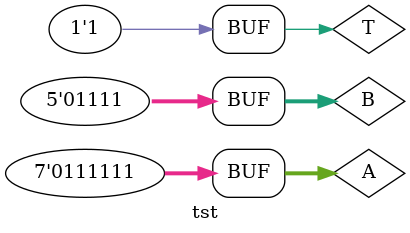
<source format=v>
`timescale 1ns / 1ps


module tst;

	// Inputs
	reg [6:0] A;
	reg [4:0] B;
	reg T;

	// Outputs
	wire [11:0] out;

	// Instantiate the Unit Under Test (UUT)
	mult uut (
		.A(A), 
		.B(B), 
		.T(T), 
		.out(out)
	);

	initial begin
		// Initialize Inputs
		A = 2;
		B = 4;
		T = 0;

		// Wait 100 ns for global reset to finish
		#100;
		A = 2;
		B = 4;
		T = 1;
		
		// Wait 100 ns for global reset to finish
		#100;
		A = 8;
		B = 2;
		T = 0;
		

		#100;
		A = 8;
		B = 2;
		T = 1;
				
		#100;
		A = 8;
		B = -2;
		T = 0;
				

      #100;
		A = 8;
		B = -2;
		T = 1;
		
			#100;
		A = 5;
		B = 6;
		T = 0;
				

      #100;
		A = 5;
		B = 6;
		T = 1;
		
			#100;
		A = 127;
		B = 31;
		T = 0;
				

      #100;
		A = -63;
		B = 15;
		T = 1;
		
			#100;
		A = -63;
		B = -15;
		T = 1;
				

      #100;
		A = 63;
		B = 15;
		T = 1;
								


        
		// Add stimulus here

	end
      
endmodule


</source>
